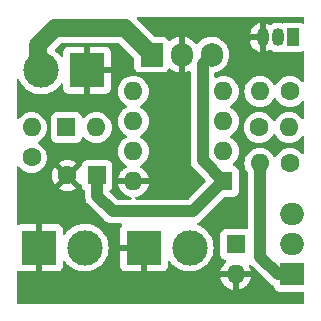
<source format=gbr>
%TF.GenerationSoftware,KiCad,Pcbnew,6.0.4-6f826c9f35~116~ubuntu20.04.1*%
%TF.CreationDate,2022-04-13T00:37:52-07:00*%
%TF.ProjectId,PIC_Timer,5049435f-5469-46d6-9572-2e6b69636164,rev?*%
%TF.SameCoordinates,Original*%
%TF.FileFunction,Copper,L2,Bot*%
%TF.FilePolarity,Positive*%
%FSLAX46Y46*%
G04 Gerber Fmt 4.6, Leading zero omitted, Abs format (unit mm)*
G04 Created by KiCad (PCBNEW 6.0.4-6f826c9f35~116~ubuntu20.04.1) date 2022-04-13 00:37:52*
%MOMM*%
%LPD*%
G01*
G04 APERTURE LIST*
%TA.AperFunction,ComponentPad*%
%ADD10C,3.000000*%
%TD*%
%TA.AperFunction,ComponentPad*%
%ADD11R,3.000000X3.000000*%
%TD*%
%TA.AperFunction,ComponentPad*%
%ADD12R,1.050000X1.500000*%
%TD*%
%TA.AperFunction,ComponentPad*%
%ADD13O,1.050000X1.500000*%
%TD*%
%TA.AperFunction,ComponentPad*%
%ADD14R,1.600000X1.600000*%
%TD*%
%TA.AperFunction,ComponentPad*%
%ADD15O,1.600000X1.600000*%
%TD*%
%TA.AperFunction,ComponentPad*%
%ADD16C,1.600000*%
%TD*%
%TA.AperFunction,ComponentPad*%
%ADD17R,2.000000X1.905000*%
%TD*%
%TA.AperFunction,ComponentPad*%
%ADD18O,2.000000X1.905000*%
%TD*%
%TA.AperFunction,ComponentPad*%
%ADD19O,1.905000X2.000000*%
%TD*%
%TA.AperFunction,ComponentPad*%
%ADD20R,1.905000X2.000000*%
%TD*%
%TA.AperFunction,Conductor*%
%ADD21C,1.000000*%
%TD*%
%TA.AperFunction,Conductor*%
%ADD22C,1.500000*%
%TD*%
G04 APERTURE END LIST*
D10*
%TO.P,J3,2,Pin_2*%
%TO.N,Net-(D2-Pad1)*%
X99254500Y-122440000D03*
D11*
%TO.P,J3,1,Pin_1*%
%TO.N,GND*%
X95374500Y-122440000D03*
%TD*%
D12*
%TO.P,Q1,1,C*%
%TO.N,Net-(Q1-Pad1)*%
X107950000Y-104648000D03*
D13*
%TO.P,Q1,2,B*%
%TO.N,Net-(Q1-Pad2)*%
X106680000Y-104648000D03*
%TO.P,Q1,3,E*%
%TO.N,GND*%
X105410000Y-104648000D03*
%TD*%
D14*
%TO.P,D1,1,K*%
%TO.N,Net-(D1-Pad1)*%
X88801686Y-112268000D03*
D15*
%TO.P,D1,2,A*%
%TO.N,Net-(D1-Pad2)*%
X91341686Y-112268000D03*
%TD*%
D14*
%TO.P,D2,1,K*%
%TO.N,Net-(D2-Pad1)*%
X103124000Y-122174000D03*
D15*
%TO.P,D2,2,A*%
%TO.N,GND*%
X103124000Y-124714000D03*
%TD*%
%TO.P,R4,2*%
%TO.N,Net-(Q2-Pad1)*%
X105185000Y-115316000D03*
D16*
%TO.P,R4,1*%
%TO.N,Net-(Q1-Pad1)*%
X107725000Y-115316000D03*
%TD*%
%TO.P,R3,1*%
%TO.N,Net-(Q1-Pad1)*%
X107725000Y-109220000D03*
D15*
%TO.P,R3,2*%
%TO.N,+12V*%
X105185000Y-109220000D03*
%TD*%
D16*
%TO.P,R1,1*%
%TO.N,Net-(J2-Pad2)*%
X85852000Y-114808000D03*
D15*
%TO.P,R1,2*%
%TO.N,Net-(D1-Pad1)*%
X85852000Y-112268000D03*
%TD*%
%TO.P,R2,2*%
%TO.N,Net-(Q1-Pad2)*%
X107667000Y-112268000D03*
D16*
%TO.P,R2,1*%
%TO.N,Net-(R2-Pad1)*%
X105127000Y-112268000D03*
%TD*%
D11*
%TO.P,J2,1,Pin_1*%
%TO.N,GND*%
X86484500Y-122440000D03*
D10*
%TO.P,J2,2,Pin_2*%
%TO.N,Net-(J2-Pad2)*%
X90364500Y-122440000D03*
%TD*%
D11*
%TO.P,J1,1,Pin_1*%
%TO.N,GND*%
X90553500Y-107430000D03*
D10*
%TO.P,J1,2,Pin_2*%
%TO.N,+12V*%
X86673500Y-107430000D03*
%TD*%
D14*
%TO.P,C1,1*%
%TO.N,VDD*%
X91398856Y-116332000D03*
D16*
%TO.P,C1,2*%
%TO.N,GND*%
X88898856Y-116332000D03*
%TD*%
D17*
%TO.P,Q2,1,G*%
%TO.N,Net-(Q2-Pad1)*%
X107879000Y-124714000D03*
D18*
%TO.P,Q2,2,D*%
%TO.N,Net-(D2-Pad1)*%
X107879000Y-122174000D03*
%TO.P,Q2,3,S*%
%TO.N,+12V*%
X107879000Y-119634000D03*
%TD*%
D19*
%TO.P,U1,3,VO*%
%TO.N,VDD*%
X101092000Y-106101000D03*
%TO.P,U1,2,GND*%
%TO.N,GND*%
X98552000Y-106101000D03*
D20*
%TO.P,U1,1,VI*%
%TO.N,+12V*%
X96012000Y-106101000D03*
%TD*%
D14*
%TO.P,U2,1,VDD*%
%TO.N,VDD*%
X102098000Y-116830000D03*
D15*
%TO.P,U2,2,RA5*%
%TO.N,unconnected-(U2-Pad2)*%
X102098000Y-114290000D03*
%TO.P,U2,3,RA4*%
%TO.N,Net-(R2-Pad1)*%
X102098000Y-111750000D03*
%TO.P,U2,4,RA3*%
%TO.N,unconnected-(U2-Pad4)*%
X102098000Y-109210000D03*
%TO.P,U2,5,RA2*%
%TO.N,Net-(D1-Pad2)*%
X94478000Y-109210000D03*
%TO.P,U2,6,RA1*%
%TO.N,unconnected-(U2-Pad6)*%
X94478000Y-111750000D03*
%TO.P,U2,7,RA0*%
%TO.N,unconnected-(U2-Pad7)*%
X94478000Y-114290000D03*
%TO.P,U2,8,VSS*%
%TO.N,GND*%
X94478000Y-116830000D03*
%TD*%
D21*
%TO.N,Net-(Q2-Pad1)*%
X105185000Y-115316000D02*
X105185000Y-123219000D01*
X105185000Y-123219000D02*
X106680000Y-124714000D01*
X106680000Y-124714000D02*
X107879000Y-124714000D01*
%TO.N,VDD*%
X91398856Y-118068856D02*
X92710000Y-119380000D01*
X92710000Y-119380000D02*
X99548000Y-119380000D01*
X91398856Y-116332000D02*
X91398856Y-118068856D01*
X99548000Y-119380000D02*
X102098000Y-116830000D01*
X101092000Y-106101000D02*
X100330000Y-106863000D01*
X100330000Y-106863000D02*
X100330000Y-115062000D01*
X100330000Y-115062000D02*
X102098000Y-116830000D01*
D22*
%TO.N,+12V*%
X86419500Y-107430000D02*
X86419500Y-105308680D01*
X86419500Y-105308680D02*
X87842180Y-103886000D01*
X87842180Y-103886000D02*
X93797000Y-103886000D01*
X93797000Y-103886000D02*
X95758000Y-105847000D01*
%TD*%
%TA.AperFunction,Conductor*%
%TO.N,GND*%
G36*
X108907621Y-102890502D02*
G01*
X108954114Y-102944158D01*
X108965500Y-102996500D01*
X108965500Y-103378209D01*
X108945498Y-103446330D01*
X108891842Y-103492823D01*
X108821568Y-103502927D01*
X108763937Y-103479036D01*
X108721705Y-103447385D01*
X108585316Y-103396255D01*
X108523134Y-103389500D01*
X107376866Y-103389500D01*
X107314684Y-103396255D01*
X107298466Y-103402335D01*
X107186704Y-103444232D01*
X107186701Y-103444234D01*
X107178295Y-103447385D01*
X107171106Y-103452773D01*
X107170863Y-103452906D01*
X107101506Y-103468076D01*
X107073092Y-103462752D01*
X107064587Y-103460119D01*
X106888820Y-103405710D01*
X106882695Y-103405066D01*
X106882694Y-103405066D01*
X106693378Y-103385168D01*
X106693377Y-103385168D01*
X106687250Y-103384524D01*
X106603986Y-103392102D01*
X106491543Y-103402335D01*
X106491540Y-103402336D01*
X106485404Y-103402894D01*
X106479498Y-103404632D01*
X106479494Y-103404633D01*
X106386079Y-103432127D01*
X106290971Y-103460119D01*
X106285514Y-103462972D01*
X106285511Y-103462973D01*
X106116819Y-103551162D01*
X106116815Y-103551165D01*
X106111355Y-103554019D01*
X106111103Y-103554221D01*
X106045088Y-103574201D01*
X105984115Y-103559041D01*
X105817658Y-103469038D01*
X105806353Y-103464286D01*
X105681308Y-103425578D01*
X105667205Y-103425372D01*
X105664000Y-103432127D01*
X105664000Y-104201758D01*
X105663215Y-104215803D01*
X105646500Y-104364817D01*
X105646500Y-104924004D01*
X105661277Y-105074713D01*
X105661968Y-105077002D01*
X105664000Y-105097724D01*
X105664000Y-105856986D01*
X105667973Y-105870517D01*
X105675768Y-105871637D01*
X105792932Y-105837154D01*
X105804300Y-105832561D01*
X105972907Y-105744416D01*
X105975983Y-105742403D01*
X105977822Y-105741846D01*
X105978370Y-105741560D01*
X105978424Y-105741664D01*
X106043936Y-105721839D01*
X106104906Y-105736999D01*
X106277565Y-105830356D01*
X106364749Y-105857344D01*
X106465293Y-105888468D01*
X106465296Y-105888469D01*
X106471180Y-105890290D01*
X106477305Y-105890934D01*
X106477306Y-105890934D01*
X106666622Y-105910832D01*
X106666623Y-105910832D01*
X106672750Y-105911476D01*
X106756014Y-105903898D01*
X106868457Y-105893665D01*
X106868460Y-105893664D01*
X106874596Y-105893106D01*
X106880502Y-105891368D01*
X106880506Y-105891367D01*
X107063121Y-105837620D01*
X107063123Y-105837619D01*
X107066111Y-105836740D01*
X107069029Y-105835881D01*
X107069282Y-105836740D01*
X107134662Y-105830286D01*
X107171406Y-105843452D01*
X107178295Y-105848615D01*
X107186696Y-105851764D01*
X107186699Y-105851766D01*
X107239706Y-105871637D01*
X107314684Y-105899745D01*
X107376866Y-105906500D01*
X108523134Y-105906500D01*
X108585316Y-105899745D01*
X108721705Y-105848615D01*
X108763937Y-105816964D01*
X108830441Y-105792117D01*
X108899823Y-105807170D01*
X108950054Y-105857344D01*
X108965500Y-105917791D01*
X108965500Y-108310697D01*
X108945498Y-108378818D01*
X108891842Y-108425311D01*
X108821568Y-108435415D01*
X108756988Y-108405921D01*
X108736286Y-108382967D01*
X108731198Y-108375700D01*
X108569300Y-108213802D01*
X108564792Y-108210645D01*
X108564789Y-108210643D01*
X108470218Y-108144424D01*
X108381749Y-108082477D01*
X108376767Y-108080154D01*
X108376762Y-108080151D01*
X108179225Y-107988039D01*
X108179224Y-107988039D01*
X108174243Y-107985716D01*
X108168935Y-107984294D01*
X108168933Y-107984293D01*
X107958402Y-107927881D01*
X107958400Y-107927881D01*
X107953087Y-107926457D01*
X107725000Y-107906502D01*
X107496913Y-107926457D01*
X107491600Y-107927881D01*
X107491598Y-107927881D01*
X107281067Y-107984293D01*
X107281065Y-107984294D01*
X107275757Y-107985716D01*
X107270776Y-107988039D01*
X107270775Y-107988039D01*
X107073238Y-108080151D01*
X107073233Y-108080154D01*
X107068251Y-108082477D01*
X106979782Y-108144424D01*
X106885211Y-108210643D01*
X106885208Y-108210645D01*
X106880700Y-108213802D01*
X106718802Y-108375700D01*
X106715645Y-108380208D01*
X106715643Y-108380211D01*
X106697641Y-108405921D01*
X106587477Y-108563251D01*
X106585154Y-108568233D01*
X106585151Y-108568238D01*
X106569195Y-108602457D01*
X106522278Y-108655742D01*
X106454001Y-108675203D01*
X106386041Y-108654661D01*
X106340805Y-108602457D01*
X106324849Y-108568238D01*
X106324846Y-108568233D01*
X106322523Y-108563251D01*
X106212359Y-108405921D01*
X106194357Y-108380211D01*
X106194355Y-108380208D01*
X106191198Y-108375700D01*
X106029300Y-108213802D01*
X106024792Y-108210645D01*
X106024789Y-108210643D01*
X105930218Y-108144424D01*
X105841749Y-108082477D01*
X105836767Y-108080154D01*
X105836762Y-108080151D01*
X105639225Y-107988039D01*
X105639224Y-107988039D01*
X105634243Y-107985716D01*
X105628935Y-107984294D01*
X105628933Y-107984293D01*
X105418402Y-107927881D01*
X105418400Y-107927881D01*
X105413087Y-107926457D01*
X105185000Y-107906502D01*
X104956913Y-107926457D01*
X104951600Y-107927881D01*
X104951598Y-107927881D01*
X104741067Y-107984293D01*
X104741065Y-107984294D01*
X104735757Y-107985716D01*
X104730776Y-107988039D01*
X104730775Y-107988039D01*
X104533238Y-108080151D01*
X104533233Y-108080154D01*
X104528251Y-108082477D01*
X104439782Y-108144424D01*
X104345211Y-108210643D01*
X104345208Y-108210645D01*
X104340700Y-108213802D01*
X104178802Y-108375700D01*
X104175645Y-108380208D01*
X104175643Y-108380211D01*
X104157641Y-108405921D01*
X104047477Y-108563251D01*
X104045154Y-108568233D01*
X104045151Y-108568238D01*
X103968551Y-108732509D01*
X103950716Y-108770757D01*
X103949294Y-108776065D01*
X103949293Y-108776067D01*
X103892881Y-108986598D01*
X103891457Y-108991913D01*
X103871502Y-109220000D01*
X103891457Y-109448087D01*
X103892881Y-109453400D01*
X103892881Y-109453402D01*
X103946614Y-109653933D01*
X103950716Y-109669243D01*
X103953039Y-109674224D01*
X103953039Y-109674225D01*
X104045151Y-109871762D01*
X104045154Y-109871767D01*
X104047477Y-109876749D01*
X104050634Y-109881257D01*
X104174529Y-110058197D01*
X104178802Y-110064300D01*
X104340700Y-110226198D01*
X104345208Y-110229355D01*
X104345211Y-110229357D01*
X104411219Y-110275576D01*
X104528251Y-110357523D01*
X104533233Y-110359846D01*
X104533238Y-110359849D01*
X104730775Y-110451961D01*
X104735757Y-110454284D01*
X104741065Y-110455706D01*
X104741067Y-110455707D01*
X104951598Y-110512119D01*
X104951600Y-110512119D01*
X104956913Y-110513543D01*
X105185000Y-110533498D01*
X105413087Y-110513543D01*
X105418400Y-110512119D01*
X105418402Y-110512119D01*
X105628933Y-110455707D01*
X105628935Y-110455706D01*
X105634243Y-110454284D01*
X105639225Y-110451961D01*
X105836762Y-110359849D01*
X105836767Y-110359846D01*
X105841749Y-110357523D01*
X105958781Y-110275576D01*
X106024789Y-110229357D01*
X106024792Y-110229355D01*
X106029300Y-110226198D01*
X106191198Y-110064300D01*
X106195472Y-110058197D01*
X106319366Y-109881257D01*
X106322523Y-109876749D01*
X106324846Y-109871767D01*
X106324849Y-109871762D01*
X106340805Y-109837543D01*
X106387722Y-109784258D01*
X106455999Y-109764797D01*
X106523959Y-109785339D01*
X106569195Y-109837543D01*
X106585151Y-109871762D01*
X106585154Y-109871767D01*
X106587477Y-109876749D01*
X106590634Y-109881257D01*
X106714529Y-110058197D01*
X106718802Y-110064300D01*
X106880700Y-110226198D01*
X106885208Y-110229355D01*
X106885211Y-110229357D01*
X106951219Y-110275576D01*
X107068251Y-110357523D01*
X107073233Y-110359846D01*
X107073238Y-110359849D01*
X107270775Y-110451961D01*
X107275757Y-110454284D01*
X107281065Y-110455706D01*
X107281067Y-110455707D01*
X107491598Y-110512119D01*
X107491600Y-110512119D01*
X107496913Y-110513543D01*
X107725000Y-110533498D01*
X107953087Y-110513543D01*
X107958400Y-110512119D01*
X107958402Y-110512119D01*
X108168933Y-110455707D01*
X108168935Y-110455706D01*
X108174243Y-110454284D01*
X108179225Y-110451961D01*
X108376762Y-110359849D01*
X108376767Y-110359846D01*
X108381749Y-110357523D01*
X108498781Y-110275576D01*
X108564789Y-110229357D01*
X108564792Y-110229355D01*
X108569300Y-110226198D01*
X108731198Y-110064300D01*
X108736287Y-110057032D01*
X108737450Y-110056102D01*
X108737892Y-110055576D01*
X108737998Y-110055665D01*
X108791743Y-110012704D01*
X108862362Y-110005394D01*
X108925723Y-110037425D01*
X108961708Y-110098626D01*
X108965500Y-110129303D01*
X108965500Y-111441529D01*
X108945498Y-111509650D01*
X108891842Y-111556143D01*
X108821568Y-111566247D01*
X108756988Y-111536753D01*
X108736287Y-111513800D01*
X108676357Y-111428211D01*
X108676355Y-111428208D01*
X108673198Y-111423700D01*
X108511300Y-111261802D01*
X108506792Y-111258645D01*
X108506789Y-111258643D01*
X108428611Y-111203902D01*
X108323749Y-111130477D01*
X108318767Y-111128154D01*
X108318762Y-111128151D01*
X108121225Y-111036039D01*
X108121224Y-111036039D01*
X108116243Y-111033716D01*
X108110935Y-111032294D01*
X108110933Y-111032293D01*
X107900402Y-110975881D01*
X107900400Y-110975881D01*
X107895087Y-110974457D01*
X107667000Y-110954502D01*
X107438913Y-110974457D01*
X107433600Y-110975881D01*
X107433598Y-110975881D01*
X107223067Y-111032293D01*
X107223065Y-111032294D01*
X107217757Y-111033716D01*
X107212776Y-111036039D01*
X107212775Y-111036039D01*
X107015238Y-111128151D01*
X107015233Y-111128154D01*
X107010251Y-111130477D01*
X106905389Y-111203902D01*
X106827211Y-111258643D01*
X106827208Y-111258645D01*
X106822700Y-111261802D01*
X106660802Y-111423700D01*
X106529477Y-111611251D01*
X106527154Y-111616233D01*
X106527151Y-111616238D01*
X106511195Y-111650457D01*
X106464278Y-111703742D01*
X106396001Y-111723203D01*
X106328041Y-111702661D01*
X106282805Y-111650457D01*
X106266849Y-111616238D01*
X106266846Y-111616233D01*
X106264523Y-111611251D01*
X106133198Y-111423700D01*
X105971300Y-111261802D01*
X105966792Y-111258645D01*
X105966789Y-111258643D01*
X105888611Y-111203902D01*
X105783749Y-111130477D01*
X105778767Y-111128154D01*
X105778762Y-111128151D01*
X105581225Y-111036039D01*
X105581224Y-111036039D01*
X105576243Y-111033716D01*
X105570935Y-111032294D01*
X105570933Y-111032293D01*
X105360402Y-110975881D01*
X105360400Y-110975881D01*
X105355087Y-110974457D01*
X105127000Y-110954502D01*
X104898913Y-110974457D01*
X104893600Y-110975881D01*
X104893598Y-110975881D01*
X104683067Y-111032293D01*
X104683065Y-111032294D01*
X104677757Y-111033716D01*
X104672776Y-111036039D01*
X104672775Y-111036039D01*
X104475238Y-111128151D01*
X104475233Y-111128154D01*
X104470251Y-111130477D01*
X104365389Y-111203902D01*
X104287211Y-111258643D01*
X104287208Y-111258645D01*
X104282700Y-111261802D01*
X104120802Y-111423700D01*
X103989477Y-111611251D01*
X103987154Y-111616233D01*
X103987151Y-111616238D01*
X103895500Y-111812787D01*
X103892716Y-111818757D01*
X103833457Y-112039913D01*
X103813502Y-112268000D01*
X103833457Y-112496087D01*
X103834881Y-112501400D01*
X103834881Y-112501402D01*
X103858565Y-112589789D01*
X103892716Y-112717243D01*
X103895039Y-112722224D01*
X103895039Y-112722225D01*
X103987151Y-112919762D01*
X103987154Y-112919767D01*
X103989477Y-112924749D01*
X104120802Y-113112300D01*
X104282700Y-113274198D01*
X104287208Y-113277355D01*
X104287211Y-113277357D01*
X104301981Y-113287699D01*
X104470251Y-113405523D01*
X104475233Y-113407846D01*
X104475238Y-113407849D01*
X104672775Y-113499961D01*
X104677757Y-113502284D01*
X104683065Y-113503706D01*
X104683067Y-113503707D01*
X104893598Y-113560119D01*
X104893600Y-113560119D01*
X104898913Y-113561543D01*
X105127000Y-113581498D01*
X105355087Y-113561543D01*
X105360400Y-113560119D01*
X105360402Y-113560119D01*
X105570933Y-113503707D01*
X105570935Y-113503706D01*
X105576243Y-113502284D01*
X105581225Y-113499961D01*
X105778762Y-113407849D01*
X105778767Y-113407846D01*
X105783749Y-113405523D01*
X105952019Y-113287699D01*
X105966789Y-113277357D01*
X105966792Y-113277355D01*
X105971300Y-113274198D01*
X106133198Y-113112300D01*
X106264523Y-112924749D01*
X106266846Y-112919767D01*
X106266849Y-112919762D01*
X106282805Y-112885543D01*
X106329722Y-112832258D01*
X106397999Y-112812797D01*
X106465959Y-112833339D01*
X106511195Y-112885543D01*
X106527151Y-112919762D01*
X106527154Y-112919767D01*
X106529477Y-112924749D01*
X106660802Y-113112300D01*
X106822700Y-113274198D01*
X106827208Y-113277355D01*
X106827211Y-113277357D01*
X106841981Y-113287699D01*
X107010251Y-113405523D01*
X107015233Y-113407846D01*
X107015238Y-113407849D01*
X107212775Y-113499961D01*
X107217757Y-113502284D01*
X107223065Y-113503706D01*
X107223067Y-113503707D01*
X107433598Y-113560119D01*
X107433600Y-113560119D01*
X107438913Y-113561543D01*
X107667000Y-113581498D01*
X107895087Y-113561543D01*
X107900400Y-113560119D01*
X107900402Y-113560119D01*
X108110933Y-113503707D01*
X108110935Y-113503706D01*
X108116243Y-113502284D01*
X108121225Y-113499961D01*
X108318762Y-113407849D01*
X108318767Y-113407846D01*
X108323749Y-113405523D01*
X108492019Y-113287699D01*
X108506789Y-113277357D01*
X108506792Y-113277355D01*
X108511300Y-113274198D01*
X108673198Y-113112300D01*
X108736287Y-113022200D01*
X108791744Y-112977872D01*
X108862364Y-112970563D01*
X108925724Y-113002594D01*
X108961709Y-113063795D01*
X108965500Y-113094471D01*
X108965500Y-114406697D01*
X108945498Y-114474818D01*
X108891842Y-114521311D01*
X108821568Y-114531415D01*
X108756988Y-114501921D01*
X108736286Y-114478967D01*
X108731198Y-114471700D01*
X108569300Y-114309802D01*
X108564792Y-114306645D01*
X108564789Y-114306643D01*
X108486611Y-114251902D01*
X108381749Y-114178477D01*
X108376767Y-114176154D01*
X108376762Y-114176151D01*
X108179225Y-114084039D01*
X108179224Y-114084039D01*
X108174243Y-114081716D01*
X108168935Y-114080294D01*
X108168933Y-114080293D01*
X107958402Y-114023881D01*
X107958400Y-114023881D01*
X107953087Y-114022457D01*
X107725000Y-114002502D01*
X107496913Y-114022457D01*
X107491600Y-114023881D01*
X107491598Y-114023881D01*
X107281067Y-114080293D01*
X107281065Y-114080294D01*
X107275757Y-114081716D01*
X107270776Y-114084039D01*
X107270775Y-114084039D01*
X107073238Y-114176151D01*
X107073233Y-114176154D01*
X107068251Y-114178477D01*
X106963389Y-114251902D01*
X106885211Y-114306643D01*
X106885208Y-114306645D01*
X106880700Y-114309802D01*
X106718802Y-114471700D01*
X106715645Y-114476208D01*
X106715643Y-114476211D01*
X106686321Y-114518087D01*
X106587477Y-114659251D01*
X106585154Y-114664233D01*
X106585151Y-114664238D01*
X106569195Y-114698457D01*
X106522278Y-114751742D01*
X106454001Y-114771203D01*
X106386041Y-114750661D01*
X106340805Y-114698457D01*
X106324849Y-114664238D01*
X106324846Y-114664233D01*
X106322523Y-114659251D01*
X106223679Y-114518087D01*
X106194357Y-114476211D01*
X106194355Y-114476208D01*
X106191198Y-114471700D01*
X106029300Y-114309802D01*
X106024792Y-114306645D01*
X106024789Y-114306643D01*
X105946611Y-114251902D01*
X105841749Y-114178477D01*
X105836767Y-114176154D01*
X105836762Y-114176151D01*
X105639225Y-114084039D01*
X105639224Y-114084039D01*
X105634243Y-114081716D01*
X105628935Y-114080294D01*
X105628933Y-114080293D01*
X105418402Y-114023881D01*
X105418400Y-114023881D01*
X105413087Y-114022457D01*
X105185000Y-114002502D01*
X104956913Y-114022457D01*
X104951600Y-114023881D01*
X104951598Y-114023881D01*
X104741067Y-114080293D01*
X104741065Y-114080294D01*
X104735757Y-114081716D01*
X104730776Y-114084039D01*
X104730775Y-114084039D01*
X104533238Y-114176151D01*
X104533233Y-114176154D01*
X104528251Y-114178477D01*
X104423389Y-114251902D01*
X104345211Y-114306643D01*
X104345208Y-114306645D01*
X104340700Y-114309802D01*
X104178802Y-114471700D01*
X104175645Y-114476208D01*
X104175643Y-114476211D01*
X104146321Y-114518087D01*
X104047477Y-114659251D01*
X104045154Y-114664233D01*
X104045151Y-114664238D01*
X103953039Y-114861775D01*
X103950716Y-114866757D01*
X103949294Y-114872065D01*
X103949293Y-114872067D01*
X103906812Y-115030607D01*
X103891457Y-115087913D01*
X103871502Y-115316000D01*
X103891457Y-115544087D01*
X103892881Y-115549400D01*
X103892881Y-115549402D01*
X103930712Y-115690586D01*
X103950716Y-115765243D01*
X103953039Y-115770224D01*
X103953039Y-115770225D01*
X104045151Y-115967762D01*
X104045154Y-115967767D01*
X104047477Y-115972749D01*
X104059930Y-115990533D01*
X104153713Y-116124469D01*
X104176500Y-116196740D01*
X104176500Y-120747604D01*
X104156498Y-120815725D01*
X104102842Y-120862218D01*
X104034336Y-120872068D01*
X104034316Y-120872255D01*
X104029429Y-120871724D01*
X104029423Y-120871723D01*
X103975531Y-120865869D01*
X103972134Y-120865500D01*
X102275866Y-120865500D01*
X102213684Y-120872255D01*
X102077295Y-120923385D01*
X101960739Y-121010739D01*
X101873385Y-121127295D01*
X101822255Y-121263684D01*
X101815500Y-121325866D01*
X101815500Y-123022134D01*
X101822255Y-123084316D01*
X101873385Y-123220705D01*
X101960739Y-123337261D01*
X102077295Y-123424615D01*
X102213684Y-123475745D01*
X102225229Y-123476999D01*
X102227910Y-123478113D01*
X102229222Y-123478425D01*
X102229172Y-123478637D01*
X102290790Y-123504238D01*
X102331218Y-123562599D01*
X102333677Y-123633553D01*
X102297384Y-123694572D01*
X102286775Y-123703147D01*
X102276125Y-123712084D01*
X102122084Y-123866125D01*
X102115028Y-123874533D01*
X101990069Y-124052993D01*
X101984586Y-124062489D01*
X101892510Y-124259947D01*
X101888764Y-124270239D01*
X101842606Y-124442503D01*
X101842942Y-124456599D01*
X101850884Y-124460000D01*
X104391967Y-124460000D01*
X104405498Y-124456027D01*
X104406727Y-124447478D01*
X104359236Y-124270239D01*
X104355490Y-124259947D01*
X104274255Y-124085738D01*
X104263594Y-124015546D01*
X104292574Y-123950734D01*
X104351994Y-123911877D01*
X104422988Y-123911314D01*
X104468766Y-123935404D01*
X104501263Y-123962288D01*
X104510042Y-123970277D01*
X105923145Y-125383379D01*
X105932247Y-125393522D01*
X105955968Y-125423025D01*
X105994456Y-125455320D01*
X105998075Y-125458478D01*
X105999890Y-125460124D01*
X106002075Y-125462309D01*
X106004455Y-125464264D01*
X106004465Y-125464273D01*
X106035236Y-125489549D01*
X106036251Y-125490391D01*
X106107474Y-125550154D01*
X106112148Y-125552723D01*
X106116261Y-125556102D01*
X106121698Y-125559017D01*
X106121699Y-125559018D01*
X106198047Y-125599955D01*
X106199177Y-125600568D01*
X106280787Y-125645433D01*
X106285869Y-125647045D01*
X106290563Y-125649562D01*
X106296463Y-125651366D01*
X106298006Y-125652008D01*
X106353212Y-125696649D01*
X106374856Y-125754730D01*
X106377255Y-125776816D01*
X106428385Y-125913205D01*
X106515739Y-126029761D01*
X106632295Y-126117115D01*
X106768684Y-126168245D01*
X106830866Y-126175000D01*
X108839500Y-126175000D01*
X108907621Y-126195002D01*
X108954114Y-126248658D01*
X108965500Y-126301000D01*
X108965500Y-127127500D01*
X108945498Y-127195621D01*
X108891842Y-127242114D01*
X108839500Y-127253500D01*
X84708500Y-127253500D01*
X84640379Y-127233498D01*
X84593886Y-127179842D01*
X84582500Y-127127500D01*
X84582500Y-124980522D01*
X101841273Y-124980522D01*
X101888764Y-125157761D01*
X101892510Y-125168053D01*
X101984586Y-125365511D01*
X101990069Y-125375007D01*
X102115028Y-125553467D01*
X102122084Y-125561875D01*
X102276125Y-125715916D01*
X102284533Y-125722972D01*
X102462993Y-125847931D01*
X102472489Y-125853414D01*
X102669947Y-125945490D01*
X102680239Y-125949236D01*
X102852503Y-125995394D01*
X102866599Y-125995058D01*
X102870000Y-125987116D01*
X102870000Y-125981967D01*
X103378000Y-125981967D01*
X103381973Y-125995498D01*
X103390522Y-125996727D01*
X103567761Y-125949236D01*
X103578053Y-125945490D01*
X103775511Y-125853414D01*
X103785007Y-125847931D01*
X103963467Y-125722972D01*
X103971875Y-125715916D01*
X104125916Y-125561875D01*
X104132972Y-125553467D01*
X104257931Y-125375007D01*
X104263414Y-125365511D01*
X104355490Y-125168053D01*
X104359236Y-125157761D01*
X104405394Y-124985497D01*
X104405058Y-124971401D01*
X104397116Y-124968000D01*
X103396115Y-124968000D01*
X103380876Y-124972475D01*
X103379671Y-124973865D01*
X103378000Y-124981548D01*
X103378000Y-125981967D01*
X102870000Y-125981967D01*
X102870000Y-124986115D01*
X102865525Y-124970876D01*
X102864135Y-124969671D01*
X102856452Y-124968000D01*
X101856033Y-124968000D01*
X101842502Y-124971973D01*
X101841273Y-124980522D01*
X84582500Y-124980522D01*
X84582500Y-124513662D01*
X84602502Y-124445541D01*
X84656158Y-124399048D01*
X84726432Y-124388944D01*
X84752730Y-124395680D01*
X84866894Y-124438478D01*
X84882149Y-124442105D01*
X84933014Y-124447631D01*
X84939828Y-124448000D01*
X86212385Y-124448000D01*
X86227624Y-124443525D01*
X86228829Y-124442135D01*
X86230500Y-124434452D01*
X86230500Y-124429884D01*
X86738500Y-124429884D01*
X86742975Y-124445123D01*
X86744365Y-124446328D01*
X86752048Y-124447999D01*
X88029169Y-124447999D01*
X88035990Y-124447629D01*
X88086852Y-124442105D01*
X88102104Y-124438479D01*
X88222554Y-124393324D01*
X88238149Y-124384786D01*
X88340224Y-124308285D01*
X88352785Y-124295724D01*
X88429286Y-124193649D01*
X88437824Y-124178054D01*
X88482978Y-124057606D01*
X88486605Y-124042351D01*
X88492131Y-123991486D01*
X88492500Y-123984672D01*
X88492500Y-123668105D01*
X88512502Y-123599984D01*
X88566158Y-123553491D01*
X88636432Y-123543387D01*
X88701012Y-123572881D01*
X88722339Y-123596736D01*
X88786774Y-123690490D01*
X88789661Y-123693663D01*
X88789662Y-123693664D01*
X88796786Y-123701493D01*
X88971082Y-123893043D01*
X89181175Y-124068707D01*
X89184816Y-124070991D01*
X89409524Y-124211951D01*
X89409528Y-124211953D01*
X89413164Y-124214234D01*
X89481044Y-124244883D01*
X89658845Y-124325164D01*
X89658849Y-124325166D01*
X89662757Y-124326930D01*
X89666877Y-124328150D01*
X89666876Y-124328150D01*
X89921223Y-124403491D01*
X89921227Y-124403492D01*
X89925336Y-124404709D01*
X89929570Y-124405357D01*
X89929575Y-124405358D01*
X90191798Y-124445483D01*
X90191800Y-124445483D01*
X90196040Y-124446132D01*
X90335412Y-124448322D01*
X90465571Y-124450367D01*
X90465577Y-124450367D01*
X90469862Y-124450434D01*
X90741735Y-124417534D01*
X91006627Y-124348041D01*
X91010587Y-124346401D01*
X91010592Y-124346399D01*
X91219304Y-124259947D01*
X91259636Y-124243241D01*
X91496082Y-124105073D01*
X91649639Y-123984669D01*
X93366501Y-123984669D01*
X93366871Y-123991490D01*
X93372395Y-124042352D01*
X93376021Y-124057604D01*
X93421176Y-124178054D01*
X93429714Y-124193649D01*
X93506215Y-124295724D01*
X93518776Y-124308285D01*
X93620851Y-124384786D01*
X93636446Y-124393324D01*
X93756894Y-124438478D01*
X93772149Y-124442105D01*
X93823014Y-124447631D01*
X93829828Y-124448000D01*
X95102385Y-124448000D01*
X95117624Y-124443525D01*
X95118829Y-124442135D01*
X95120500Y-124434452D01*
X95120500Y-122712115D01*
X95116025Y-122696876D01*
X95114635Y-122695671D01*
X95106952Y-122694000D01*
X93384616Y-122694000D01*
X93369377Y-122698475D01*
X93368172Y-122699865D01*
X93366501Y-122707548D01*
X93366501Y-123984669D01*
X91649639Y-123984669D01*
X91711589Y-123936094D01*
X91750744Y-123895690D01*
X91835559Y-123808167D01*
X91902169Y-123739431D01*
X91904702Y-123735983D01*
X91904706Y-123735978D01*
X92061757Y-123522178D01*
X92064295Y-123518723D01*
X92072160Y-123504238D01*
X92192918Y-123281830D01*
X92192919Y-123281828D01*
X92194968Y-123278054D01*
X92244368Y-123147320D01*
X92290251Y-123025895D01*
X92290252Y-123025891D01*
X92291769Y-123021877D01*
X92338505Y-122817817D01*
X92351949Y-122759117D01*
X92351950Y-122759113D01*
X92352907Y-122754933D01*
X92354053Y-122742101D01*
X92377031Y-122484627D01*
X92377031Y-122484625D01*
X92377251Y-122482161D01*
X92377693Y-122440000D01*
X92361741Y-122206002D01*
X92359359Y-122171055D01*
X92359358Y-122171049D01*
X92359067Y-122166778D01*
X92303532Y-121898612D01*
X92212117Y-121640465D01*
X92086513Y-121397112D01*
X92073880Y-121379136D01*
X91998260Y-121271540D01*
X91929045Y-121173057D01*
X91742625Y-120972445D01*
X91739310Y-120969731D01*
X91739306Y-120969728D01*
X91534023Y-120801706D01*
X91530705Y-120798990D01*
X91297204Y-120655901D01*
X91293268Y-120654173D01*
X91050373Y-120547549D01*
X91050369Y-120547548D01*
X91046445Y-120545825D01*
X90783066Y-120470800D01*
X90778824Y-120470196D01*
X90778818Y-120470195D01*
X90551866Y-120437895D01*
X90511943Y-120432213D01*
X90368089Y-120431460D01*
X90242377Y-120430802D01*
X90242371Y-120430802D01*
X90238091Y-120430780D01*
X90233847Y-120431339D01*
X90233843Y-120431339D01*
X90125916Y-120445548D01*
X89966578Y-120466525D01*
X89962438Y-120467658D01*
X89962436Y-120467658D01*
X89901530Y-120484320D01*
X89702428Y-120538788D01*
X89698480Y-120540472D01*
X89454482Y-120644546D01*
X89454478Y-120644548D01*
X89450530Y-120646232D01*
X89357438Y-120701946D01*
X89219225Y-120784664D01*
X89219221Y-120784667D01*
X89215543Y-120786868D01*
X89001818Y-120958094D01*
X88813308Y-121156742D01*
X88773656Y-121211924D01*
X88720822Y-121285450D01*
X88664827Y-121329098D01*
X88594124Y-121335544D01*
X88531159Y-121302741D01*
X88495925Y-121241105D01*
X88492499Y-121211924D01*
X88492499Y-120895331D01*
X88492129Y-120888510D01*
X88486605Y-120837648D01*
X88482979Y-120822396D01*
X88437824Y-120701946D01*
X88429286Y-120686351D01*
X88352785Y-120584276D01*
X88340224Y-120571715D01*
X88238149Y-120495214D01*
X88222554Y-120486676D01*
X88102106Y-120441522D01*
X88086851Y-120437895D01*
X88035986Y-120432369D01*
X88029172Y-120432000D01*
X86756615Y-120432000D01*
X86741376Y-120436475D01*
X86740171Y-120437865D01*
X86738500Y-120445548D01*
X86738500Y-124429884D01*
X86230500Y-124429884D01*
X86230500Y-120450116D01*
X86226025Y-120434877D01*
X86224635Y-120433672D01*
X86216952Y-120432001D01*
X84939831Y-120432001D01*
X84933010Y-120432371D01*
X84882148Y-120437895D01*
X84866896Y-120441521D01*
X84752730Y-120484320D01*
X84681922Y-120489503D01*
X84619553Y-120455582D01*
X84585424Y-120393327D01*
X84582500Y-120366338D01*
X84582500Y-117418062D01*
X88177349Y-117418062D01*
X88186645Y-117430077D01*
X88237850Y-117465931D01*
X88247345Y-117471414D01*
X88444803Y-117563490D01*
X88455095Y-117567236D01*
X88665544Y-117623625D01*
X88676337Y-117625528D01*
X88893381Y-117644517D01*
X88904331Y-117644517D01*
X89121375Y-117625528D01*
X89132168Y-117623625D01*
X89342617Y-117567236D01*
X89352909Y-117563490D01*
X89550367Y-117471414D01*
X89559862Y-117465931D01*
X89611904Y-117429491D01*
X89620280Y-117419012D01*
X89613212Y-117405566D01*
X88911668Y-116704022D01*
X88897724Y-116696408D01*
X88895891Y-116696539D01*
X88889276Y-116700790D01*
X88183779Y-117406287D01*
X88177349Y-117418062D01*
X84582500Y-117418062D01*
X84582500Y-116337475D01*
X87586339Y-116337475D01*
X87605328Y-116554519D01*
X87607231Y-116565312D01*
X87663620Y-116775761D01*
X87667366Y-116786053D01*
X87759442Y-116983511D01*
X87764925Y-116993006D01*
X87801365Y-117045048D01*
X87811844Y-117053424D01*
X87825290Y-117046356D01*
X88526834Y-116344812D01*
X88533212Y-116333132D01*
X89263264Y-116333132D01*
X89263395Y-116334965D01*
X89267646Y-116341580D01*
X89973143Y-117047077D01*
X90014885Y-117069871D01*
X90024885Y-117072047D01*
X90075083Y-117122253D01*
X90090307Y-117175814D01*
X90090356Y-117176717D01*
X90090356Y-117180134D01*
X90097111Y-117242316D01*
X90148241Y-117378705D01*
X90235595Y-117495261D01*
X90326633Y-117563490D01*
X90339921Y-117573449D01*
X90382436Y-117630308D01*
X90390356Y-117674275D01*
X90390356Y-118007013D01*
X90389619Y-118020620D01*
X90385532Y-118058244D01*
X90386069Y-118064379D01*
X90389906Y-118108244D01*
X90390235Y-118113070D01*
X90390356Y-118115542D01*
X90390356Y-118118625D01*
X90391530Y-118130594D01*
X90394546Y-118161362D01*
X90394668Y-118162675D01*
X90395590Y-118173212D01*
X90402769Y-118255269D01*
X90404256Y-118260388D01*
X90404776Y-118265689D01*
X90431647Y-118354690D01*
X90431982Y-118355823D01*
X90435701Y-118368621D01*
X90457947Y-118445192D01*
X90460400Y-118449924D01*
X90461940Y-118455025D01*
X90464834Y-118460468D01*
X90505587Y-118537116D01*
X90506199Y-118538282D01*
X90548964Y-118620782D01*
X90552287Y-118624945D01*
X90554790Y-118629652D01*
X90613611Y-118701774D01*
X90614302Y-118702630D01*
X90645594Y-118741829D01*
X90648098Y-118744333D01*
X90648740Y-118745051D01*
X90652441Y-118749384D01*
X90679791Y-118782918D01*
X90684538Y-118786845D01*
X90684540Y-118786847D01*
X90715118Y-118812143D01*
X90723898Y-118820133D01*
X91953145Y-120049379D01*
X91962247Y-120059522D01*
X91985968Y-120089025D01*
X91990696Y-120092992D01*
X92024421Y-120121291D01*
X92028070Y-120124473D01*
X92029883Y-120126117D01*
X92032075Y-120128309D01*
X92065276Y-120155580D01*
X92066164Y-120156318D01*
X92101437Y-120185915D01*
X92132753Y-120212193D01*
X92132756Y-120212195D01*
X92137474Y-120216154D01*
X92142147Y-120218723D01*
X92146262Y-120222103D01*
X92151691Y-120225014D01*
X92151694Y-120225016D01*
X92228180Y-120266028D01*
X92229338Y-120266657D01*
X92305388Y-120308465D01*
X92310787Y-120311433D01*
X92315865Y-120313044D01*
X92320563Y-120315563D01*
X92409498Y-120342753D01*
X92410702Y-120343128D01*
X92499306Y-120371235D01*
X92504597Y-120371828D01*
X92509698Y-120373388D01*
X92602311Y-120382795D01*
X92603431Y-120382915D01*
X92653227Y-120388500D01*
X92656756Y-120388500D01*
X92657739Y-120388555D01*
X92663426Y-120389003D01*
X92683683Y-120391060D01*
X92700336Y-120392752D01*
X92700339Y-120392752D01*
X92706463Y-120393374D01*
X92752112Y-120389059D01*
X92763969Y-120388500D01*
X93401050Y-120388500D01*
X93469171Y-120408502D01*
X93515664Y-120462158D01*
X93525768Y-120532432D01*
X93501877Y-120590065D01*
X93429711Y-120686356D01*
X93421176Y-120701946D01*
X93376022Y-120822394D01*
X93372395Y-120837649D01*
X93366869Y-120888514D01*
X93366500Y-120895328D01*
X93366500Y-122167885D01*
X93370975Y-122183124D01*
X93372365Y-122184329D01*
X93380048Y-122186000D01*
X95502500Y-122186000D01*
X95570621Y-122206002D01*
X95617114Y-122259658D01*
X95628500Y-122312000D01*
X95628500Y-124429884D01*
X95632975Y-124445123D01*
X95634365Y-124446328D01*
X95642048Y-124447999D01*
X96919169Y-124447999D01*
X96925990Y-124447629D01*
X96976852Y-124442105D01*
X96992104Y-124438479D01*
X97112554Y-124393324D01*
X97128149Y-124384786D01*
X97230224Y-124308285D01*
X97242785Y-124295724D01*
X97319286Y-124193649D01*
X97327824Y-124178054D01*
X97372978Y-124057606D01*
X97376605Y-124042351D01*
X97382131Y-123991486D01*
X97382500Y-123984672D01*
X97382500Y-123668105D01*
X97402502Y-123599984D01*
X97456158Y-123553491D01*
X97526432Y-123543387D01*
X97591012Y-123572881D01*
X97612339Y-123596736D01*
X97676774Y-123690490D01*
X97679661Y-123693663D01*
X97679662Y-123693664D01*
X97686786Y-123701493D01*
X97861082Y-123893043D01*
X98071175Y-124068707D01*
X98074816Y-124070991D01*
X98299524Y-124211951D01*
X98299528Y-124211953D01*
X98303164Y-124214234D01*
X98371044Y-124244883D01*
X98548845Y-124325164D01*
X98548849Y-124325166D01*
X98552757Y-124326930D01*
X98556877Y-124328150D01*
X98556876Y-124328150D01*
X98811223Y-124403491D01*
X98811227Y-124403492D01*
X98815336Y-124404709D01*
X98819570Y-124405357D01*
X98819575Y-124405358D01*
X99081798Y-124445483D01*
X99081800Y-124445483D01*
X99086040Y-124446132D01*
X99225412Y-124448322D01*
X99355571Y-124450367D01*
X99355577Y-124450367D01*
X99359862Y-124450434D01*
X99631735Y-124417534D01*
X99896627Y-124348041D01*
X99900587Y-124346401D01*
X99900592Y-124346399D01*
X100109304Y-124259947D01*
X100149636Y-124243241D01*
X100386082Y-124105073D01*
X100601589Y-123936094D01*
X100640744Y-123895690D01*
X100725559Y-123808167D01*
X100792169Y-123739431D01*
X100794702Y-123735983D01*
X100794706Y-123735978D01*
X100951757Y-123522178D01*
X100954295Y-123518723D01*
X100962160Y-123504238D01*
X101082918Y-123281830D01*
X101082919Y-123281828D01*
X101084968Y-123278054D01*
X101134368Y-123147320D01*
X101180251Y-123025895D01*
X101180252Y-123025891D01*
X101181769Y-123021877D01*
X101228505Y-122817817D01*
X101241949Y-122759117D01*
X101241950Y-122759113D01*
X101242907Y-122754933D01*
X101244053Y-122742101D01*
X101267031Y-122484627D01*
X101267031Y-122484625D01*
X101267251Y-122482161D01*
X101267693Y-122440000D01*
X101251741Y-122206002D01*
X101249359Y-122171055D01*
X101249358Y-122171049D01*
X101249067Y-122166778D01*
X101193532Y-121898612D01*
X101102117Y-121640465D01*
X100976513Y-121397112D01*
X100963880Y-121379136D01*
X100888260Y-121271540D01*
X100819045Y-121173057D01*
X100632625Y-120972445D01*
X100629310Y-120969731D01*
X100629306Y-120969728D01*
X100424023Y-120801706D01*
X100420705Y-120798990D01*
X100187204Y-120655901D01*
X100170206Y-120648439D01*
X99936778Y-120545971D01*
X99882443Y-120500275D01*
X99861438Y-120432457D01*
X99880433Y-120364048D01*
X99934767Y-120318040D01*
X99934169Y-120316916D01*
X99939611Y-120314022D01*
X99939617Y-120314020D01*
X100016260Y-120273269D01*
X100017426Y-120272657D01*
X100094453Y-120232729D01*
X100099926Y-120229892D01*
X100104089Y-120226569D01*
X100108796Y-120224066D01*
X100114997Y-120219009D01*
X100130100Y-120206691D01*
X100180918Y-120165245D01*
X100181774Y-120164554D01*
X100220973Y-120133262D01*
X100223477Y-120130758D01*
X100224195Y-120130116D01*
X100228528Y-120126415D01*
X100262062Y-120099065D01*
X100291288Y-120063737D01*
X100299277Y-120054958D01*
X102178829Y-118175405D01*
X102241141Y-118141380D01*
X102267924Y-118138500D01*
X102946134Y-118138500D01*
X103008316Y-118131745D01*
X103144705Y-118080615D01*
X103261261Y-117993261D01*
X103348615Y-117876705D01*
X103399745Y-117740316D01*
X103406500Y-117678134D01*
X103406500Y-115981866D01*
X103399745Y-115919684D01*
X103348615Y-115783295D01*
X103261261Y-115666739D01*
X103144705Y-115579385D01*
X103008316Y-115528255D01*
X102997526Y-115527083D01*
X102995394Y-115526197D01*
X102992778Y-115525575D01*
X102992879Y-115525152D01*
X102931965Y-115499845D01*
X102891537Y-115441483D01*
X102889078Y-115370529D01*
X102925371Y-115309510D01*
X102934031Y-115302511D01*
X102937793Y-115299354D01*
X102942300Y-115296198D01*
X103104198Y-115134300D01*
X103119975Y-115111769D01*
X103177051Y-115030255D01*
X103235523Y-114946749D01*
X103237846Y-114941767D01*
X103237849Y-114941762D01*
X103329961Y-114744225D01*
X103329961Y-114744224D01*
X103332284Y-114739243D01*
X103391543Y-114518087D01*
X103411498Y-114290000D01*
X103391543Y-114061913D01*
X103380971Y-114022457D01*
X103333707Y-113846067D01*
X103333706Y-113846065D01*
X103332284Y-113840757D01*
X103252882Y-113670477D01*
X103237849Y-113638238D01*
X103237846Y-113638233D01*
X103235523Y-113633251D01*
X103155254Y-113518615D01*
X103107357Y-113450211D01*
X103107355Y-113450208D01*
X103104198Y-113445700D01*
X102942300Y-113283802D01*
X102937792Y-113280645D01*
X102937789Y-113280643D01*
X102857500Y-113224424D01*
X102754749Y-113152477D01*
X102749767Y-113150154D01*
X102749762Y-113150151D01*
X102715543Y-113134195D01*
X102662258Y-113087278D01*
X102642797Y-113019001D01*
X102663339Y-112951041D01*
X102715543Y-112905805D01*
X102749762Y-112889849D01*
X102749767Y-112889846D01*
X102754749Y-112887523D01*
X102861468Y-112812797D01*
X102937789Y-112759357D01*
X102937792Y-112759355D01*
X102942300Y-112756198D01*
X103104198Y-112594300D01*
X103235523Y-112406749D01*
X103237846Y-112401767D01*
X103237849Y-112401762D01*
X103329961Y-112204225D01*
X103329961Y-112204224D01*
X103332284Y-112199243D01*
X103391543Y-111978087D01*
X103411498Y-111750000D01*
X103391543Y-111521913D01*
X103383525Y-111491990D01*
X103333707Y-111306067D01*
X103333706Y-111306065D01*
X103332284Y-111300757D01*
X103252882Y-111130477D01*
X103237849Y-111098238D01*
X103237846Y-111098233D01*
X103235523Y-111093251D01*
X103104198Y-110905700D01*
X102942300Y-110743802D01*
X102937792Y-110740645D01*
X102937789Y-110740643D01*
X102857500Y-110684424D01*
X102754749Y-110612477D01*
X102749767Y-110610154D01*
X102749762Y-110610151D01*
X102715543Y-110594195D01*
X102662258Y-110547278D01*
X102642797Y-110479001D01*
X102663339Y-110411041D01*
X102715543Y-110365805D01*
X102749762Y-110349849D01*
X102749767Y-110349846D01*
X102754749Y-110347523D01*
X102928019Y-110226198D01*
X102937789Y-110219357D01*
X102937792Y-110219355D01*
X102942300Y-110216198D01*
X103104198Y-110054300D01*
X103138443Y-110005394D01*
X103225364Y-109881257D01*
X103235523Y-109866749D01*
X103237846Y-109861767D01*
X103237849Y-109861762D01*
X103329961Y-109664225D01*
X103329961Y-109664224D01*
X103332284Y-109659243D01*
X103335821Y-109646045D01*
X103390119Y-109443402D01*
X103390119Y-109443400D01*
X103391543Y-109438087D01*
X103411498Y-109210000D01*
X103391543Y-108981913D01*
X103364200Y-108879867D01*
X103333707Y-108766067D01*
X103333706Y-108766065D01*
X103332284Y-108760757D01*
X103317677Y-108729431D01*
X103237849Y-108558238D01*
X103237846Y-108558233D01*
X103235523Y-108553251D01*
X103114357Y-108380208D01*
X103107357Y-108370211D01*
X103107355Y-108370208D01*
X103104198Y-108365700D01*
X102942300Y-108203802D01*
X102937792Y-108200645D01*
X102937789Y-108200643D01*
X102769030Y-108082477D01*
X102754749Y-108072477D01*
X102749767Y-108070154D01*
X102749762Y-108070151D01*
X102552225Y-107978039D01*
X102552224Y-107978039D01*
X102547243Y-107975716D01*
X102541935Y-107974294D01*
X102541933Y-107974293D01*
X102331402Y-107917881D01*
X102331400Y-107917881D01*
X102326087Y-107916457D01*
X102098000Y-107896502D01*
X101869913Y-107916457D01*
X101864600Y-107917881D01*
X101864598Y-107917881D01*
X101654067Y-107974293D01*
X101654065Y-107974294D01*
X101648757Y-107975716D01*
X101643775Y-107978039D01*
X101643770Y-107978041D01*
X101517749Y-108036805D01*
X101447558Y-108047466D01*
X101382745Y-108018486D01*
X101343889Y-107959066D01*
X101338500Y-107922610D01*
X101338500Y-107695883D01*
X101358502Y-107627762D01*
X101412158Y-107581269D01*
X101431428Y-107574644D01*
X101431744Y-107574596D01*
X101518534Y-107546229D01*
X101655183Y-107501566D01*
X101655189Y-107501563D01*
X101660101Y-107499958D01*
X101664687Y-107497571D01*
X101664691Y-107497569D01*
X101868607Y-107391416D01*
X101873200Y-107389025D01*
X101955387Y-107327317D01*
X102061185Y-107247882D01*
X102061188Y-107247880D01*
X102065320Y-107244777D01*
X102231301Y-107071088D01*
X102366686Y-106872622D01*
X102397506Y-106806227D01*
X102465658Y-106659405D01*
X102465659Y-106659401D01*
X102467837Y-106654710D01*
X102532040Y-106423202D01*
X102536472Y-106381728D01*
X102552644Y-106230407D01*
X102552644Y-106230399D01*
X102553000Y-106227072D01*
X102553000Y-105992598D01*
X102551548Y-105974928D01*
X102541422Y-105851766D01*
X102538322Y-105814063D01*
X102479794Y-105581056D01*
X102383997Y-105360737D01*
X102286862Y-105210590D01*
X102256310Y-105163363D01*
X102256308Y-105163360D01*
X102253502Y-105159023D01*
X102091814Y-104981330D01*
X102015283Y-104920890D01*
X104377000Y-104920890D01*
X104377300Y-104927035D01*
X104391170Y-105068481D01*
X104393553Y-105080519D01*
X104448542Y-105262651D01*
X104453217Y-105273993D01*
X104542535Y-105441977D01*
X104549322Y-105452193D01*
X104669572Y-105599634D01*
X104678216Y-105608338D01*
X104824809Y-105729610D01*
X104834980Y-105736470D01*
X105002342Y-105826962D01*
X105013647Y-105831714D01*
X105138692Y-105870422D01*
X105152795Y-105870628D01*
X105156000Y-105863873D01*
X105156000Y-104920115D01*
X105151525Y-104904876D01*
X105150135Y-104903671D01*
X105142452Y-104902000D01*
X104395115Y-104902000D01*
X104379876Y-104906475D01*
X104378671Y-104907865D01*
X104377000Y-104915548D01*
X104377000Y-104920890D01*
X102015283Y-104920890D01*
X101995006Y-104904876D01*
X101907330Y-104835633D01*
X101907325Y-104835630D01*
X101903276Y-104832432D01*
X101898760Y-104829939D01*
X101898757Y-104829937D01*
X101697474Y-104718823D01*
X101697470Y-104718821D01*
X101692950Y-104716326D01*
X101688081Y-104714602D01*
X101688077Y-104714600D01*
X101471360Y-104637856D01*
X101471356Y-104637855D01*
X101466485Y-104636130D01*
X101461392Y-104635223D01*
X101461389Y-104635222D01*
X101235052Y-104594905D01*
X101235046Y-104594904D01*
X101229963Y-104593999D01*
X101137474Y-104592869D01*
X100994907Y-104591127D01*
X100994905Y-104591127D01*
X100989737Y-104591064D01*
X100752256Y-104627404D01*
X100645763Y-104662211D01*
X100528817Y-104700434D01*
X100528811Y-104700437D01*
X100523899Y-104702042D01*
X100519313Y-104704429D01*
X100519309Y-104704431D01*
X100315393Y-104810584D01*
X100310800Y-104812975D01*
X100306657Y-104816085D01*
X100306658Y-104816085D01*
X100129696Y-104948952D01*
X100118680Y-104957223D01*
X100098703Y-104978128D01*
X99999566Y-105081869D01*
X99952699Y-105130912D01*
X99927160Y-105168351D01*
X99872249Y-105213352D01*
X99801725Y-105221523D01*
X99737978Y-105190269D01*
X99717284Y-105165790D01*
X99715915Y-105163674D01*
X99709622Y-105155502D01*
X99554950Y-104985520D01*
X99547417Y-104978494D01*
X99367056Y-104836055D01*
X99358469Y-104830350D01*
X99157278Y-104719286D01*
X99147866Y-104715056D01*
X98931232Y-104638341D01*
X98921261Y-104635707D01*
X98823837Y-104618353D01*
X98810540Y-104619813D01*
X98806000Y-104634370D01*
X98806000Y-107569096D01*
X98809918Y-107582440D01*
X98824194Y-107584427D01*
X98886515Y-107574890D01*
X98896543Y-107572501D01*
X99114988Y-107501102D01*
X99124488Y-107497109D01*
X99137320Y-107490429D01*
X99206980Y-107476717D01*
X99272995Y-107502843D01*
X99314406Y-107560511D01*
X99321500Y-107602193D01*
X99321500Y-115000157D01*
X99320763Y-115013764D01*
X99317761Y-115041402D01*
X99316676Y-115051388D01*
X99317213Y-115057523D01*
X99321050Y-115101388D01*
X99321379Y-115106214D01*
X99321500Y-115108686D01*
X99321500Y-115111769D01*
X99321801Y-115114837D01*
X99325690Y-115154506D01*
X99325812Y-115155819D01*
X99327571Y-115175919D01*
X99333913Y-115248413D01*
X99335400Y-115253532D01*
X99335920Y-115258833D01*
X99362791Y-115347834D01*
X99363126Y-115348967D01*
X99369391Y-115370529D01*
X99389091Y-115438336D01*
X99391544Y-115443068D01*
X99393084Y-115448169D01*
X99395978Y-115453612D01*
X99436731Y-115530260D01*
X99437343Y-115531426D01*
X99471563Y-115597442D01*
X99480108Y-115613926D01*
X99483431Y-115618089D01*
X99485934Y-115622796D01*
X99544755Y-115694918D01*
X99545446Y-115695774D01*
X99576738Y-115734973D01*
X99579242Y-115737477D01*
X99579884Y-115738195D01*
X99583585Y-115742528D01*
X99610935Y-115776062D01*
X99615682Y-115779989D01*
X99615684Y-115779991D01*
X99646262Y-115805287D01*
X99655031Y-115813266D01*
X100582672Y-116740906D01*
X100616696Y-116803217D01*
X100611632Y-116874032D01*
X100582671Y-116919095D01*
X99167171Y-118334595D01*
X99104859Y-118368621D01*
X99078076Y-118371500D01*
X94734391Y-118371500D01*
X94666270Y-118351498D01*
X94619777Y-118297842D01*
X94609673Y-118227568D01*
X94639167Y-118162988D01*
X94698893Y-118124604D01*
X94709238Y-118122181D01*
X94921761Y-118065236D01*
X94932053Y-118061490D01*
X95129511Y-117969414D01*
X95139007Y-117963931D01*
X95317467Y-117838972D01*
X95325875Y-117831916D01*
X95479916Y-117677875D01*
X95486972Y-117669467D01*
X95611931Y-117491007D01*
X95617414Y-117481511D01*
X95709490Y-117284053D01*
X95713236Y-117273761D01*
X95759394Y-117101497D01*
X95759058Y-117087401D01*
X95751116Y-117084000D01*
X93210033Y-117084000D01*
X93196502Y-117087973D01*
X93195273Y-117096522D01*
X93242764Y-117273761D01*
X93246510Y-117284053D01*
X93338586Y-117481511D01*
X93344069Y-117491007D01*
X93469028Y-117669467D01*
X93476084Y-117677875D01*
X93630125Y-117831916D01*
X93638533Y-117838972D01*
X93816993Y-117963931D01*
X93826489Y-117969414D01*
X94023947Y-118061490D01*
X94034239Y-118065236D01*
X94250001Y-118123049D01*
X94249624Y-118124455D01*
X94307103Y-118152943D01*
X94343571Y-118213857D01*
X94341317Y-118284818D01*
X94301057Y-118343296D01*
X94235572Y-118370724D01*
X94221609Y-118371500D01*
X93179924Y-118371500D01*
X93111803Y-118351498D01*
X93090829Y-118334595D01*
X92487328Y-117731094D01*
X92453302Y-117668782D01*
X92458367Y-117597967D01*
X92500857Y-117541174D01*
X92554935Y-117500644D01*
X92554937Y-117500642D01*
X92562117Y-117495261D01*
X92649471Y-117378705D01*
X92700601Y-117242316D01*
X92707356Y-117180134D01*
X92707356Y-115483866D01*
X92700601Y-115421684D01*
X92649471Y-115285295D01*
X92562117Y-115168739D01*
X92445561Y-115081385D01*
X92309172Y-115030255D01*
X92246990Y-115023500D01*
X90550722Y-115023500D01*
X90488540Y-115030255D01*
X90352151Y-115081385D01*
X90235595Y-115168739D01*
X90148241Y-115285295D01*
X90097111Y-115421684D01*
X90090356Y-115483866D01*
X90090356Y-115487185D01*
X90066703Y-115554110D01*
X90020700Y-115589804D01*
X90021715Y-115591734D01*
X90010856Y-115597442D01*
X90010611Y-115597632D01*
X90010453Y-115597653D01*
X89972422Y-115617644D01*
X89270878Y-116319188D01*
X89263264Y-116333132D01*
X88533212Y-116333132D01*
X88534448Y-116330868D01*
X88534317Y-116329035D01*
X88530066Y-116322420D01*
X87824569Y-115616923D01*
X87812794Y-115610493D01*
X87800779Y-115619789D01*
X87764925Y-115670994D01*
X87759442Y-115680489D01*
X87667366Y-115877947D01*
X87663620Y-115888239D01*
X87607231Y-116098688D01*
X87605328Y-116109481D01*
X87586339Y-116326525D01*
X87586339Y-116337475D01*
X84582500Y-116337475D01*
X84582500Y-115675887D01*
X84602502Y-115607766D01*
X84656158Y-115561273D01*
X84726432Y-115551169D01*
X84791012Y-115580663D01*
X84811713Y-115603616D01*
X84829652Y-115629235D01*
X84845802Y-115652300D01*
X85007700Y-115814198D01*
X85012208Y-115817355D01*
X85012211Y-115817357D01*
X85017454Y-115821028D01*
X85195251Y-115945523D01*
X85200233Y-115947846D01*
X85200238Y-115947849D01*
X85397775Y-116039961D01*
X85402757Y-116042284D01*
X85408065Y-116043706D01*
X85408067Y-116043707D01*
X85618598Y-116100119D01*
X85618600Y-116100119D01*
X85623913Y-116101543D01*
X85852000Y-116121498D01*
X86080087Y-116101543D01*
X86085400Y-116100119D01*
X86085402Y-116100119D01*
X86295933Y-116043707D01*
X86295935Y-116043706D01*
X86301243Y-116042284D01*
X86306225Y-116039961D01*
X86503762Y-115947849D01*
X86503767Y-115947846D01*
X86508749Y-115945523D01*
X86686546Y-115821028D01*
X86691789Y-115817357D01*
X86691792Y-115817355D01*
X86696300Y-115814198D01*
X86858198Y-115652300D01*
X86872448Y-115631950D01*
X86943253Y-115530829D01*
X86989523Y-115464749D01*
X86991846Y-115459767D01*
X86991849Y-115459762D01*
X87083961Y-115262225D01*
X87083961Y-115262224D01*
X87086284Y-115257243D01*
X87089568Y-115244988D01*
X88177432Y-115244988D01*
X88184500Y-115258434D01*
X88886044Y-115959978D01*
X88899988Y-115967592D01*
X88901821Y-115967461D01*
X88908436Y-115963210D01*
X89613933Y-115257713D01*
X89620363Y-115245938D01*
X89611067Y-115233923D01*
X89559862Y-115198069D01*
X89550367Y-115192586D01*
X89352909Y-115100510D01*
X89342617Y-115096764D01*
X89132168Y-115040375D01*
X89121375Y-115038472D01*
X88904331Y-115019483D01*
X88893381Y-115019483D01*
X88676337Y-115038472D01*
X88665544Y-115040375D01*
X88455095Y-115096764D01*
X88444803Y-115100510D01*
X88247345Y-115192586D01*
X88237850Y-115198069D01*
X88185808Y-115234509D01*
X88177432Y-115244988D01*
X87089568Y-115244988D01*
X87113637Y-115155163D01*
X87144119Y-115041402D01*
X87144119Y-115041400D01*
X87145543Y-115036087D01*
X87165498Y-114808000D01*
X87145543Y-114579913D01*
X87121500Y-114490184D01*
X87087707Y-114364067D01*
X87087706Y-114364065D01*
X87086284Y-114358757D01*
X87061983Y-114306643D01*
X87054222Y-114290000D01*
X93164502Y-114290000D01*
X93184457Y-114518087D01*
X93243716Y-114739243D01*
X93246039Y-114744224D01*
X93246039Y-114744225D01*
X93338151Y-114941762D01*
X93338154Y-114941767D01*
X93340477Y-114946749D01*
X93398949Y-115030255D01*
X93456026Y-115111769D01*
X93471802Y-115134300D01*
X93633700Y-115296198D01*
X93638208Y-115299355D01*
X93638211Y-115299357D01*
X93652711Y-115309510D01*
X93821251Y-115427523D01*
X93826233Y-115429846D01*
X93826238Y-115429849D01*
X93861049Y-115446081D01*
X93914334Y-115492998D01*
X93933795Y-115561275D01*
X93913253Y-115629235D01*
X93861049Y-115674471D01*
X93826489Y-115690586D01*
X93816993Y-115696069D01*
X93638533Y-115821028D01*
X93630125Y-115828084D01*
X93476084Y-115982125D01*
X93469028Y-115990533D01*
X93344069Y-116168993D01*
X93338586Y-116178489D01*
X93246510Y-116375947D01*
X93242764Y-116386239D01*
X93196606Y-116558503D01*
X93196942Y-116572599D01*
X93204884Y-116576000D01*
X95745967Y-116576000D01*
X95759498Y-116572027D01*
X95760727Y-116563478D01*
X95713236Y-116386239D01*
X95709490Y-116375947D01*
X95617414Y-116178489D01*
X95611931Y-116168993D01*
X95486972Y-115990533D01*
X95479916Y-115982125D01*
X95325875Y-115828084D01*
X95317467Y-115821028D01*
X95139007Y-115696069D01*
X95129511Y-115690586D01*
X95094951Y-115674471D01*
X95041666Y-115627554D01*
X95022205Y-115559277D01*
X95042747Y-115491317D01*
X95094951Y-115446081D01*
X95129762Y-115429849D01*
X95129767Y-115429846D01*
X95134749Y-115427523D01*
X95303289Y-115309510D01*
X95317789Y-115299357D01*
X95317792Y-115299355D01*
X95322300Y-115296198D01*
X95484198Y-115134300D01*
X95499975Y-115111769D01*
X95557051Y-115030255D01*
X95615523Y-114946749D01*
X95617846Y-114941767D01*
X95617849Y-114941762D01*
X95709961Y-114744225D01*
X95709961Y-114744224D01*
X95712284Y-114739243D01*
X95771543Y-114518087D01*
X95791498Y-114290000D01*
X95771543Y-114061913D01*
X95760971Y-114022457D01*
X95713707Y-113846067D01*
X95713706Y-113846065D01*
X95712284Y-113840757D01*
X95632882Y-113670477D01*
X95617849Y-113638238D01*
X95617846Y-113638233D01*
X95615523Y-113633251D01*
X95535254Y-113518615D01*
X95487357Y-113450211D01*
X95487355Y-113450208D01*
X95484198Y-113445700D01*
X95322300Y-113283802D01*
X95317792Y-113280645D01*
X95317789Y-113280643D01*
X95237500Y-113224424D01*
X95134749Y-113152477D01*
X95129767Y-113150154D01*
X95129762Y-113150151D01*
X95095543Y-113134195D01*
X95042258Y-113087278D01*
X95022797Y-113019001D01*
X95043339Y-112951041D01*
X95095543Y-112905805D01*
X95129762Y-112889849D01*
X95129767Y-112889846D01*
X95134749Y-112887523D01*
X95241468Y-112812797D01*
X95317789Y-112759357D01*
X95317792Y-112759355D01*
X95322300Y-112756198D01*
X95484198Y-112594300D01*
X95615523Y-112406749D01*
X95617846Y-112401767D01*
X95617849Y-112401762D01*
X95709961Y-112204225D01*
X95709961Y-112204224D01*
X95712284Y-112199243D01*
X95771543Y-111978087D01*
X95791498Y-111750000D01*
X95771543Y-111521913D01*
X95763525Y-111491990D01*
X95713707Y-111306067D01*
X95713706Y-111306065D01*
X95712284Y-111300757D01*
X95632882Y-111130477D01*
X95617849Y-111098238D01*
X95617846Y-111098233D01*
X95615523Y-111093251D01*
X95484198Y-110905700D01*
X95322300Y-110743802D01*
X95317792Y-110740645D01*
X95317789Y-110740643D01*
X95237500Y-110684424D01*
X95134749Y-110612477D01*
X95129767Y-110610154D01*
X95129762Y-110610151D01*
X95095543Y-110594195D01*
X95042258Y-110547278D01*
X95022797Y-110479001D01*
X95043339Y-110411041D01*
X95095543Y-110365805D01*
X95129762Y-110349849D01*
X95129767Y-110349846D01*
X95134749Y-110347523D01*
X95308019Y-110226198D01*
X95317789Y-110219357D01*
X95317792Y-110219355D01*
X95322300Y-110216198D01*
X95484198Y-110054300D01*
X95518443Y-110005394D01*
X95605364Y-109881257D01*
X95615523Y-109866749D01*
X95617846Y-109861767D01*
X95617849Y-109861762D01*
X95709961Y-109664225D01*
X95709961Y-109664224D01*
X95712284Y-109659243D01*
X95715821Y-109646045D01*
X95770119Y-109443402D01*
X95770119Y-109443400D01*
X95771543Y-109438087D01*
X95791498Y-109210000D01*
X95771543Y-108981913D01*
X95744200Y-108879867D01*
X95713707Y-108766067D01*
X95713706Y-108766065D01*
X95712284Y-108760757D01*
X95697677Y-108729431D01*
X95617849Y-108558238D01*
X95617846Y-108558233D01*
X95615523Y-108553251D01*
X95494357Y-108380208D01*
X95487357Y-108370211D01*
X95487355Y-108370208D01*
X95484198Y-108365700D01*
X95322300Y-108203802D01*
X95317792Y-108200645D01*
X95317789Y-108200643D01*
X95149030Y-108082477D01*
X95134749Y-108072477D01*
X95129767Y-108070154D01*
X95129762Y-108070151D01*
X94932225Y-107978039D01*
X94932224Y-107978039D01*
X94927243Y-107975716D01*
X94921935Y-107974294D01*
X94921933Y-107974293D01*
X94711402Y-107917881D01*
X94711400Y-107917881D01*
X94706087Y-107916457D01*
X94478000Y-107896502D01*
X94249913Y-107916457D01*
X94244600Y-107917881D01*
X94244598Y-107917881D01*
X94034067Y-107974293D01*
X94034065Y-107974294D01*
X94028757Y-107975716D01*
X94023776Y-107978039D01*
X94023775Y-107978039D01*
X93826238Y-108070151D01*
X93826233Y-108070154D01*
X93821251Y-108072477D01*
X93806970Y-108082477D01*
X93638211Y-108200643D01*
X93638208Y-108200645D01*
X93633700Y-108203802D01*
X93471802Y-108365700D01*
X93468645Y-108370208D01*
X93468643Y-108370211D01*
X93461643Y-108380208D01*
X93340477Y-108553251D01*
X93338154Y-108558233D01*
X93338151Y-108558238D01*
X93258323Y-108729431D01*
X93243716Y-108760757D01*
X93242294Y-108766065D01*
X93242293Y-108766067D01*
X93211800Y-108879867D01*
X93184457Y-108981913D01*
X93164502Y-109210000D01*
X93184457Y-109438087D01*
X93185881Y-109443400D01*
X93185881Y-109443402D01*
X93240180Y-109646045D01*
X93243716Y-109659243D01*
X93246039Y-109664224D01*
X93246039Y-109664225D01*
X93338151Y-109861762D01*
X93338154Y-109861767D01*
X93340477Y-109866749D01*
X93350636Y-109881257D01*
X93437558Y-110005394D01*
X93471802Y-110054300D01*
X93633700Y-110216198D01*
X93638208Y-110219355D01*
X93638211Y-110219357D01*
X93647981Y-110226198D01*
X93821251Y-110347523D01*
X93826233Y-110349846D01*
X93826238Y-110349849D01*
X93860457Y-110365805D01*
X93913742Y-110412722D01*
X93933203Y-110480999D01*
X93912661Y-110548959D01*
X93860457Y-110594195D01*
X93826238Y-110610151D01*
X93826233Y-110610154D01*
X93821251Y-110612477D01*
X93718500Y-110684424D01*
X93638211Y-110740643D01*
X93638208Y-110740645D01*
X93633700Y-110743802D01*
X93471802Y-110905700D01*
X93340477Y-111093251D01*
X93338154Y-111098233D01*
X93338151Y-111098238D01*
X93323118Y-111130477D01*
X93243716Y-111300757D01*
X93242294Y-111306065D01*
X93242293Y-111306067D01*
X93192475Y-111491990D01*
X93184457Y-111521913D01*
X93164502Y-111750000D01*
X93184457Y-111978087D01*
X93243716Y-112199243D01*
X93246039Y-112204224D01*
X93246039Y-112204225D01*
X93338151Y-112401762D01*
X93338154Y-112401767D01*
X93340477Y-112406749D01*
X93471802Y-112594300D01*
X93633700Y-112756198D01*
X93638208Y-112759355D01*
X93638211Y-112759357D01*
X93714532Y-112812797D01*
X93821251Y-112887523D01*
X93826233Y-112889846D01*
X93826238Y-112889849D01*
X93860457Y-112905805D01*
X93913742Y-112952722D01*
X93933203Y-113020999D01*
X93912661Y-113088959D01*
X93860457Y-113134195D01*
X93826238Y-113150151D01*
X93826233Y-113150154D01*
X93821251Y-113152477D01*
X93718500Y-113224424D01*
X93638211Y-113280643D01*
X93638208Y-113280645D01*
X93633700Y-113283802D01*
X93471802Y-113445700D01*
X93468645Y-113450208D01*
X93468643Y-113450211D01*
X93420746Y-113518615D01*
X93340477Y-113633251D01*
X93338154Y-113638233D01*
X93338151Y-113638238D01*
X93323118Y-113670477D01*
X93243716Y-113840757D01*
X93242294Y-113846065D01*
X93242293Y-113846067D01*
X93195029Y-114022457D01*
X93184457Y-114061913D01*
X93164502Y-114290000D01*
X87054222Y-114290000D01*
X86991849Y-114156238D01*
X86991846Y-114156233D01*
X86989523Y-114151251D01*
X86858198Y-113963700D01*
X86696300Y-113801802D01*
X86691792Y-113798645D01*
X86691789Y-113798643D01*
X86613611Y-113743902D01*
X86508749Y-113670477D01*
X86503767Y-113668154D01*
X86503762Y-113668151D01*
X86469543Y-113652195D01*
X86416258Y-113605278D01*
X86396797Y-113537001D01*
X86417339Y-113469041D01*
X86469543Y-113423805D01*
X86503762Y-113407849D01*
X86503767Y-113407846D01*
X86508749Y-113405523D01*
X86677019Y-113287699D01*
X86691789Y-113277357D01*
X86691792Y-113277355D01*
X86696300Y-113274198D01*
X86854364Y-113116134D01*
X87493186Y-113116134D01*
X87499941Y-113178316D01*
X87551071Y-113314705D01*
X87638425Y-113431261D01*
X87754981Y-113518615D01*
X87891370Y-113569745D01*
X87953552Y-113576500D01*
X89649820Y-113576500D01*
X89712002Y-113569745D01*
X89848391Y-113518615D01*
X89964947Y-113431261D01*
X90052301Y-113314705D01*
X90103431Y-113178316D01*
X90104603Y-113167526D01*
X90105489Y-113165394D01*
X90106111Y-113162778D01*
X90106534Y-113162879D01*
X90131841Y-113101965D01*
X90190203Y-113061537D01*
X90261157Y-113059078D01*
X90322176Y-113095371D01*
X90329175Y-113104031D01*
X90332329Y-113107789D01*
X90335488Y-113112300D01*
X90497386Y-113274198D01*
X90501894Y-113277355D01*
X90501897Y-113277357D01*
X90516667Y-113287699D01*
X90684937Y-113405523D01*
X90689919Y-113407846D01*
X90689924Y-113407849D01*
X90887461Y-113499961D01*
X90892443Y-113502284D01*
X90897751Y-113503706D01*
X90897753Y-113503707D01*
X91108284Y-113560119D01*
X91108286Y-113560119D01*
X91113599Y-113561543D01*
X91341686Y-113581498D01*
X91569773Y-113561543D01*
X91575086Y-113560119D01*
X91575088Y-113560119D01*
X91785619Y-113503707D01*
X91785621Y-113503706D01*
X91790929Y-113502284D01*
X91795911Y-113499961D01*
X91993448Y-113407849D01*
X91993453Y-113407846D01*
X91998435Y-113405523D01*
X92166705Y-113287699D01*
X92181475Y-113277357D01*
X92181478Y-113277355D01*
X92185986Y-113274198D01*
X92347884Y-113112300D01*
X92479209Y-112924749D01*
X92481532Y-112919767D01*
X92481535Y-112919762D01*
X92573647Y-112722225D01*
X92573647Y-112722224D01*
X92575970Y-112717243D01*
X92610122Y-112589789D01*
X92633805Y-112501402D01*
X92633805Y-112501400D01*
X92635229Y-112496087D01*
X92655184Y-112268000D01*
X92635229Y-112039913D01*
X92575970Y-111818757D01*
X92573186Y-111812787D01*
X92481535Y-111616238D01*
X92481532Y-111616233D01*
X92479209Y-111611251D01*
X92347884Y-111423700D01*
X92185986Y-111261802D01*
X92181478Y-111258645D01*
X92181475Y-111258643D01*
X92103297Y-111203902D01*
X91998435Y-111130477D01*
X91993453Y-111128154D01*
X91993448Y-111128151D01*
X91795911Y-111036039D01*
X91795910Y-111036039D01*
X91790929Y-111033716D01*
X91785621Y-111032294D01*
X91785619Y-111032293D01*
X91575088Y-110975881D01*
X91575086Y-110975881D01*
X91569773Y-110974457D01*
X91341686Y-110954502D01*
X91113599Y-110974457D01*
X91108286Y-110975881D01*
X91108284Y-110975881D01*
X90897753Y-111032293D01*
X90897751Y-111032294D01*
X90892443Y-111033716D01*
X90887462Y-111036039D01*
X90887461Y-111036039D01*
X90689924Y-111128151D01*
X90689919Y-111128154D01*
X90684937Y-111130477D01*
X90580075Y-111203902D01*
X90501897Y-111258643D01*
X90501894Y-111258645D01*
X90497386Y-111261802D01*
X90335488Y-111423700D01*
X90332329Y-111428211D01*
X90328794Y-111432424D01*
X90327660Y-111431473D01*
X90277615Y-111471471D01*
X90206996Y-111478776D01*
X90143637Y-111446742D01*
X90107656Y-111385538D01*
X90104604Y-111368483D01*
X90103431Y-111357684D01*
X90052301Y-111221295D01*
X89964947Y-111104739D01*
X89848391Y-111017385D01*
X89712002Y-110966255D01*
X89649820Y-110959500D01*
X87953552Y-110959500D01*
X87891370Y-110966255D01*
X87754981Y-111017385D01*
X87638425Y-111104739D01*
X87551071Y-111221295D01*
X87499941Y-111357684D01*
X87493186Y-111419866D01*
X87493186Y-113116134D01*
X86854364Y-113116134D01*
X86858198Y-113112300D01*
X86989523Y-112924749D01*
X86991846Y-112919767D01*
X86991849Y-112919762D01*
X87083961Y-112722225D01*
X87083961Y-112722224D01*
X87086284Y-112717243D01*
X87120436Y-112589789D01*
X87144119Y-112501402D01*
X87144119Y-112501400D01*
X87145543Y-112496087D01*
X87165498Y-112268000D01*
X87145543Y-112039913D01*
X87086284Y-111818757D01*
X87083500Y-111812787D01*
X86991849Y-111616238D01*
X86991846Y-111616233D01*
X86989523Y-111611251D01*
X86858198Y-111423700D01*
X86696300Y-111261802D01*
X86691792Y-111258645D01*
X86691789Y-111258643D01*
X86613611Y-111203902D01*
X86508749Y-111130477D01*
X86503767Y-111128154D01*
X86503762Y-111128151D01*
X86306225Y-111036039D01*
X86306224Y-111036039D01*
X86301243Y-111033716D01*
X86295935Y-111032294D01*
X86295933Y-111032293D01*
X86085402Y-110975881D01*
X86085400Y-110975881D01*
X86080087Y-110974457D01*
X85852000Y-110954502D01*
X85623913Y-110974457D01*
X85618600Y-110975881D01*
X85618598Y-110975881D01*
X85408067Y-111032293D01*
X85408065Y-111032294D01*
X85402757Y-111033716D01*
X85397776Y-111036039D01*
X85397775Y-111036039D01*
X85200238Y-111128151D01*
X85200233Y-111128154D01*
X85195251Y-111130477D01*
X85090389Y-111203902D01*
X85012211Y-111258643D01*
X85012208Y-111258645D01*
X85007700Y-111261802D01*
X84845802Y-111423700D01*
X84842645Y-111428208D01*
X84842643Y-111428211D01*
X84811713Y-111472384D01*
X84756256Y-111516712D01*
X84685636Y-111524021D01*
X84622276Y-111491990D01*
X84586291Y-111430789D01*
X84582500Y-111400113D01*
X84582500Y-108273624D01*
X84602502Y-108205503D01*
X84656158Y-108159010D01*
X84726432Y-108148906D01*
X84791012Y-108178400D01*
X84821065Y-108217010D01*
X84902446Y-108378818D01*
X84940660Y-108454799D01*
X84943086Y-108458328D01*
X84943089Y-108458334D01*
X85078022Y-108654661D01*
X85095774Y-108680490D01*
X85280082Y-108883043D01*
X85490175Y-109058707D01*
X85493816Y-109060991D01*
X85718524Y-109201951D01*
X85718528Y-109201953D01*
X85722164Y-109204234D01*
X85790044Y-109234883D01*
X85967845Y-109315164D01*
X85967849Y-109315166D01*
X85971757Y-109316930D01*
X85975877Y-109318150D01*
X85975876Y-109318150D01*
X86230223Y-109393491D01*
X86230227Y-109393492D01*
X86234336Y-109394709D01*
X86238570Y-109395357D01*
X86238575Y-109395358D01*
X86500798Y-109435483D01*
X86500800Y-109435483D01*
X86505040Y-109436132D01*
X86644412Y-109438322D01*
X86774571Y-109440367D01*
X86774577Y-109440367D01*
X86778862Y-109440434D01*
X87050735Y-109407534D01*
X87315627Y-109338041D01*
X87319587Y-109336401D01*
X87319592Y-109336399D01*
X87442132Y-109285641D01*
X87568636Y-109233241D01*
X87805082Y-109095073D01*
X88020589Y-108926094D01*
X88062309Y-108883043D01*
X88148641Y-108793955D01*
X88211169Y-108729431D01*
X88213702Y-108725983D01*
X88213706Y-108725978D01*
X88317954Y-108584061D01*
X88374403Y-108541002D01*
X88445170Y-108535297D01*
X88507787Y-108568757D01*
X88542374Y-108630759D01*
X88545501Y-108658655D01*
X88545501Y-108974669D01*
X88545871Y-108981490D01*
X88551395Y-109032352D01*
X88555021Y-109047604D01*
X88600176Y-109168054D01*
X88608714Y-109183649D01*
X88685215Y-109285724D01*
X88697776Y-109298285D01*
X88799851Y-109374786D01*
X88815446Y-109383324D01*
X88935894Y-109428478D01*
X88951149Y-109432105D01*
X89002014Y-109437631D01*
X89008828Y-109438000D01*
X90281385Y-109438000D01*
X90296624Y-109433525D01*
X90297829Y-109432135D01*
X90299500Y-109424452D01*
X90299500Y-109419884D01*
X90807500Y-109419884D01*
X90811975Y-109435123D01*
X90813365Y-109436328D01*
X90821048Y-109437999D01*
X92098169Y-109437999D01*
X92104990Y-109437629D01*
X92155852Y-109432105D01*
X92171104Y-109428479D01*
X92291554Y-109383324D01*
X92307149Y-109374786D01*
X92409224Y-109298285D01*
X92421785Y-109285724D01*
X92498286Y-109183649D01*
X92506824Y-109168054D01*
X92551978Y-109047606D01*
X92555605Y-109032351D01*
X92561131Y-108981486D01*
X92561500Y-108974672D01*
X92561500Y-107702115D01*
X92557025Y-107686876D01*
X92555635Y-107685671D01*
X92547952Y-107684000D01*
X90825615Y-107684000D01*
X90810376Y-107688475D01*
X90809171Y-107689865D01*
X90807500Y-107697548D01*
X90807500Y-109419884D01*
X90299500Y-109419884D01*
X90299500Y-107157885D01*
X90807500Y-107157885D01*
X90811975Y-107173124D01*
X90813365Y-107174329D01*
X90821048Y-107176000D01*
X92543384Y-107176000D01*
X92558623Y-107171525D01*
X92559828Y-107170135D01*
X92561499Y-107162452D01*
X92561499Y-105885331D01*
X92561129Y-105878510D01*
X92555605Y-105827648D01*
X92551979Y-105812396D01*
X92506824Y-105691946D01*
X92498286Y-105676351D01*
X92421785Y-105574276D01*
X92409224Y-105561715D01*
X92307149Y-105485214D01*
X92291554Y-105476676D01*
X92171106Y-105431522D01*
X92155851Y-105427895D01*
X92104986Y-105422369D01*
X92098172Y-105422000D01*
X90825615Y-105422000D01*
X90810376Y-105426475D01*
X90809171Y-105427865D01*
X90807500Y-105435548D01*
X90807500Y-107157885D01*
X90299500Y-107157885D01*
X90299500Y-105440116D01*
X90295025Y-105424877D01*
X90293635Y-105423672D01*
X90285952Y-105422001D01*
X89008831Y-105422001D01*
X89002010Y-105422371D01*
X88951148Y-105427895D01*
X88935896Y-105431521D01*
X88815446Y-105476676D01*
X88799851Y-105485214D01*
X88697776Y-105561715D01*
X88685215Y-105574276D01*
X88608714Y-105676351D01*
X88600176Y-105691946D01*
X88555022Y-105812394D01*
X88551395Y-105827649D01*
X88545869Y-105878514D01*
X88545500Y-105885328D01*
X88545500Y-106202113D01*
X88525498Y-106270234D01*
X88471842Y-106316727D01*
X88401568Y-106326831D01*
X88336988Y-106297337D01*
X88316413Y-106274563D01*
X88240514Y-106166569D01*
X88240508Y-106166562D01*
X88238045Y-106163057D01*
X88051625Y-105962445D01*
X88048310Y-105959731D01*
X88048306Y-105959728D01*
X87881037Y-105822820D01*
X87840991Y-105764195D01*
X87838998Y-105693226D01*
X87871748Y-105636221D01*
X88326564Y-105181405D01*
X88388876Y-105147379D01*
X88415659Y-105144500D01*
X93223523Y-105144500D01*
X93291644Y-105164502D01*
X93312618Y-105181405D01*
X94514095Y-106382882D01*
X94548121Y-106445194D01*
X94551000Y-106471977D01*
X94551000Y-107149134D01*
X94557755Y-107211316D01*
X94608885Y-107347705D01*
X94696239Y-107464261D01*
X94812795Y-107551615D01*
X94949184Y-107602745D01*
X95011366Y-107609500D01*
X97012634Y-107609500D01*
X97074816Y-107602745D01*
X97211205Y-107551615D01*
X97327761Y-107464261D01*
X97415115Y-107347705D01*
X97422758Y-107327317D01*
X97465401Y-107270553D01*
X97531962Y-107245854D01*
X97601311Y-107261062D01*
X97618832Y-107272666D01*
X97736944Y-107365945D01*
X97745531Y-107371650D01*
X97946722Y-107482714D01*
X97956134Y-107486944D01*
X98172768Y-107563659D01*
X98182739Y-107566293D01*
X98280163Y-107583647D01*
X98293460Y-107582187D01*
X98298000Y-107567630D01*
X98298000Y-104632904D01*
X98294082Y-104619560D01*
X98279806Y-104617573D01*
X98217485Y-104627110D01*
X98207457Y-104629499D01*
X97989012Y-104700898D01*
X97979503Y-104704895D01*
X97775656Y-104811011D01*
X97766939Y-104816500D01*
X97615901Y-104929902D01*
X97549416Y-104954807D01*
X97480020Y-104939814D01*
X97429747Y-104889684D01*
X97422268Y-104873375D01*
X97415115Y-104854295D01*
X97327761Y-104737739D01*
X97211205Y-104650385D01*
X97074816Y-104599255D01*
X97012634Y-104592500D01*
X96335478Y-104592500D01*
X96267357Y-104572498D01*
X96246383Y-104555595D01*
X96066673Y-104375885D01*
X104377000Y-104375885D01*
X104381475Y-104391124D01*
X104382865Y-104392329D01*
X104390548Y-104394000D01*
X105137885Y-104394000D01*
X105153124Y-104389525D01*
X105154329Y-104388135D01*
X105156000Y-104380452D01*
X105156000Y-103439014D01*
X105152027Y-103425483D01*
X105144232Y-103424363D01*
X105027068Y-103458846D01*
X105015700Y-103463439D01*
X104847089Y-103551586D01*
X104836827Y-103558302D01*
X104688557Y-103677515D01*
X104679787Y-103686103D01*
X104557501Y-103831838D01*
X104550563Y-103841969D01*
X104458906Y-104008692D01*
X104454076Y-104019962D01*
X104396548Y-104201315D01*
X104393998Y-104213309D01*
X104377393Y-104361350D01*
X104377000Y-104368374D01*
X104377000Y-104375885D01*
X96066673Y-104375885D01*
X94776383Y-103085595D01*
X94742357Y-103023283D01*
X94747422Y-102952468D01*
X94789969Y-102895632D01*
X94856489Y-102870821D01*
X94865478Y-102870500D01*
X108839500Y-102870500D01*
X108907621Y-102890502D01*
G37*
%TD.AperFunction*%
%TD*%
M02*

</source>
